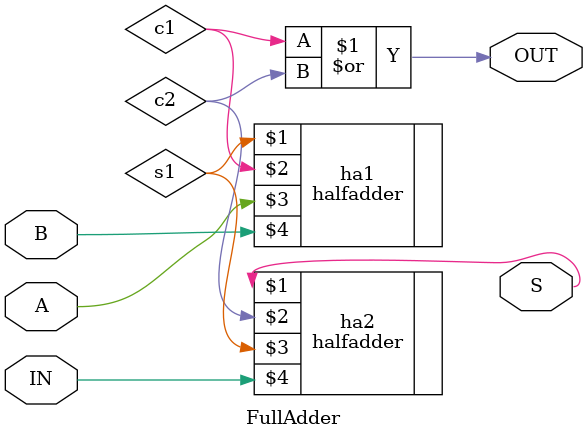
<source format=sv>

`include "../HalfAdder/HalfAdder.sv"

module FullAdder(OUT, S, IN, A, B);
   input IN, A, B;
   output OUT, S;
   wire s1, c1, c2;

   halfadder ha1(s1, c1, A, B);
   halfadder ha2(S, c2, s1, IN);
   or (OUT, c1, c2);
   
endmodule
</source>
